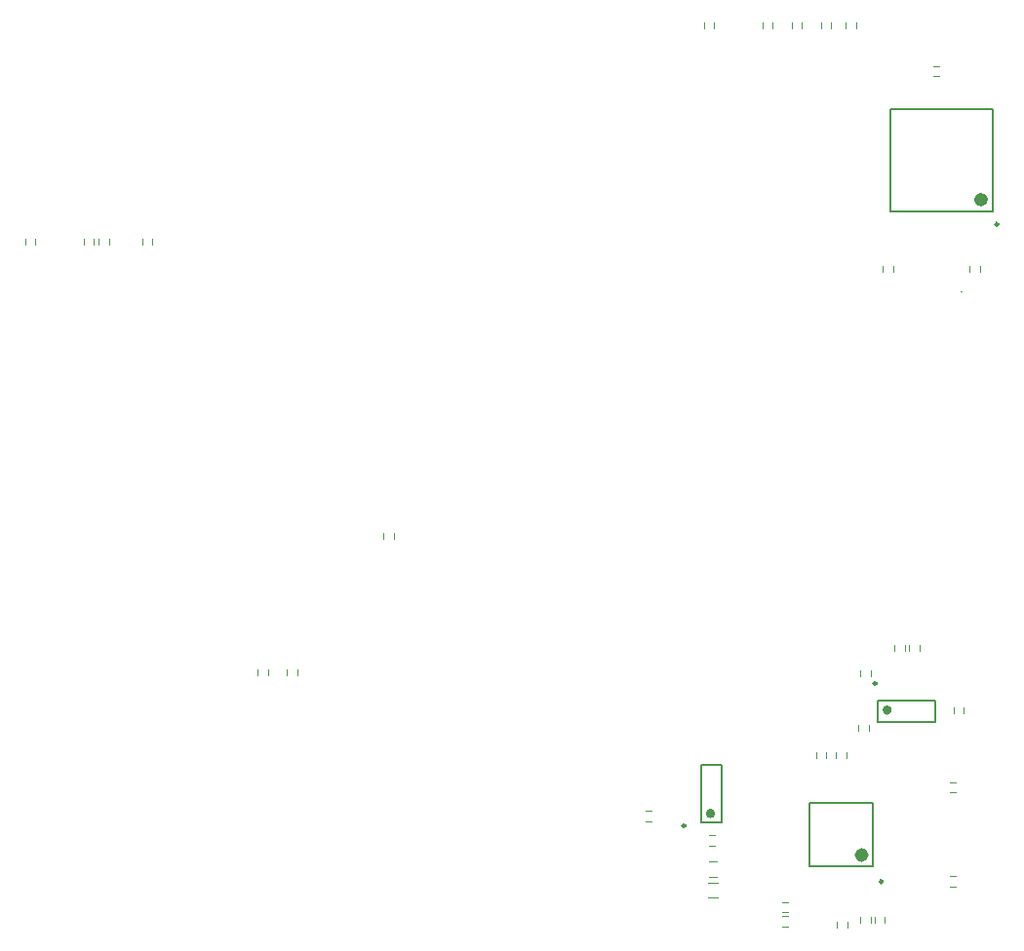
<source format=gbo>
G04 Layer_Color=32896*
%FSAX25Y25*%
%MOIN*%
G70*
G01*
G75*
%ADD40C,0.01575*%
%ADD62C,0.00984*%
%ADD63C,0.00394*%
%ADD64C,0.00787*%
%ADD111C,0.02362*%
D40*
X0338895Y0118694D02*
G03*
X0338895Y0118694I-0000787J0000000D01*
G01*
X0278494Y0083307D02*
G03*
X0278494Y0083307I-0000787J0000000D01*
G01*
D62*
X0334446Y0127749D02*
G03*
X0334446Y0127749I-0000492J0000000D01*
G01*
X0269143Y0079154D02*
G03*
X0269143Y0079154I-0000492J0000000D01*
G01*
X0336575Y0060055D02*
G03*
X0336575Y0060055I-0000492J0000000D01*
G01*
X0376120Y0284853D02*
G03*
X0376120Y0284853I-0000492J0000000D01*
G01*
D63*
X0363589Y0261795D02*
G03*
X0363589Y0261795I-0000197J0000000D01*
G01*
X0277122Y0061627D02*
X0279878D01*
X0277122Y0066982D02*
X0279878D01*
X0276728Y0059659D02*
X0280272D01*
X0276728Y0054541D02*
X0280272Y0054541D01*
X0308972Y0351816D02*
Y0353784D01*
X0305428Y0351816D02*
Y0353784D01*
X0364272Y0117516D02*
Y0119484D01*
X0360728Y0117516D02*
Y0119484D01*
X0324028Y0351816D02*
Y0353784D01*
X0327572Y0351816D02*
Y0353784D01*
X0354028Y0339036D02*
X0355996D01*
X0354028Y0335493D02*
X0355996D01*
X0328928Y0045916D02*
Y0047884D01*
X0332472Y0045916D02*
Y0047884D01*
X0333728Y0045916D02*
Y0047884D01*
X0337272Y0045916D02*
Y0047884D01*
X0313728Y0102416D02*
Y0104384D01*
X0317272Y0102416D02*
Y0104384D01*
X0320528Y0102416D02*
Y0104384D01*
X0324072Y0102416D02*
Y0104384D01*
X0302316Y0044728D02*
X0304284D01*
X0302316Y0048272D02*
X0304284D01*
X0302316Y0049528D02*
X0304284D01*
X0302316Y0053072D02*
X0304284D01*
X0359516Y0094072D02*
X0361484D01*
X0359516Y0090528D02*
X0361484D01*
X0359559Y0061972D02*
X0361528D01*
X0359559Y0058428D02*
X0361528D01*
X0046972Y0277816D02*
Y0279784D01*
X0043428Y0277816D02*
Y0279784D01*
X0066972Y0277816D02*
Y0279784D01*
X0063428Y0277816D02*
Y0279784D01*
X0072172Y0277816D02*
Y0279784D01*
X0068628Y0277816D02*
Y0279784D01*
X0086972Y0277816D02*
Y0279784D01*
X0083428Y0277816D02*
Y0279784D01*
X0122928Y0130516D02*
Y0132484D01*
X0126472Y0130516D02*
Y0132484D01*
X0132928Y0130516D02*
Y0132484D01*
X0136472Y0130516D02*
Y0132484D01*
X0369883Y0268537D02*
Y0270506D01*
X0366340Y0268537D02*
Y0270506D01*
X0336640Y0268537D02*
Y0270506D01*
X0340183Y0268537D02*
Y0270506D01*
X0169472Y0177416D02*
Y0179384D01*
X0165928Y0177416D02*
Y0179384D01*
X0345628Y0139015D02*
Y0140984D01*
X0349171Y0139015D02*
Y0140984D01*
X0340628Y0139015D02*
Y0140984D01*
X0344172Y0139015D02*
Y0140984D01*
X0277116Y0075972D02*
X0279084D01*
X0277116Y0072428D02*
X0279084D01*
X0318972Y0351816D02*
Y0353784D01*
X0315428Y0351816D02*
Y0353784D01*
X0298972Y0351816D02*
Y0353784D01*
X0295428Y0351816D02*
Y0353784D01*
X0278972Y0351816D02*
Y0353784D01*
X0275428Y0351816D02*
Y0353784D01*
X0324572Y0044216D02*
Y0046184D01*
X0321028Y0044216D02*
Y0046184D01*
X0255516Y0084272D02*
X0257484D01*
X0255516Y0080728D02*
X0257484D01*
X0332472Y0130316D02*
Y0132284D01*
X0328928Y0130316D02*
Y0132284D01*
X0331872Y0111516D02*
Y0113484D01*
X0328328Y0111516D02*
Y0113484D01*
D64*
X0354643Y0114757D02*
Y0121843D01*
X0334958Y0114757D02*
Y0121843D01*
Y0114757D02*
X0354643D01*
X0334958Y0121843D02*
X0354643D01*
X0274557Y0080158D02*
X0281643D01*
Y0099843D01*
X0274557Y0080158D02*
Y0099843D01*
X0281643D01*
X0311673Y0065173D02*
X0333327D01*
X0311673Y0086827D02*
X0333327D01*
Y0065173D02*
Y0086827D01*
X0311673Y0065173D02*
Y0086827D01*
X0339112Y0324420D02*
X0339112Y0289380D01*
X0374151Y0324420D02*
X0374151Y0289380D01*
X0339112Y0324420D02*
X0374151D01*
X0339112Y0289380D02*
X0374151D01*
D111*
X0330571Y0069110D02*
G03*
X0330571Y0069110I-0001181J0000000D01*
G01*
X0371395Y0293317D02*
G03*
X0371395Y0293317I-0001181J0000000D01*
G01*
M02*

</source>
